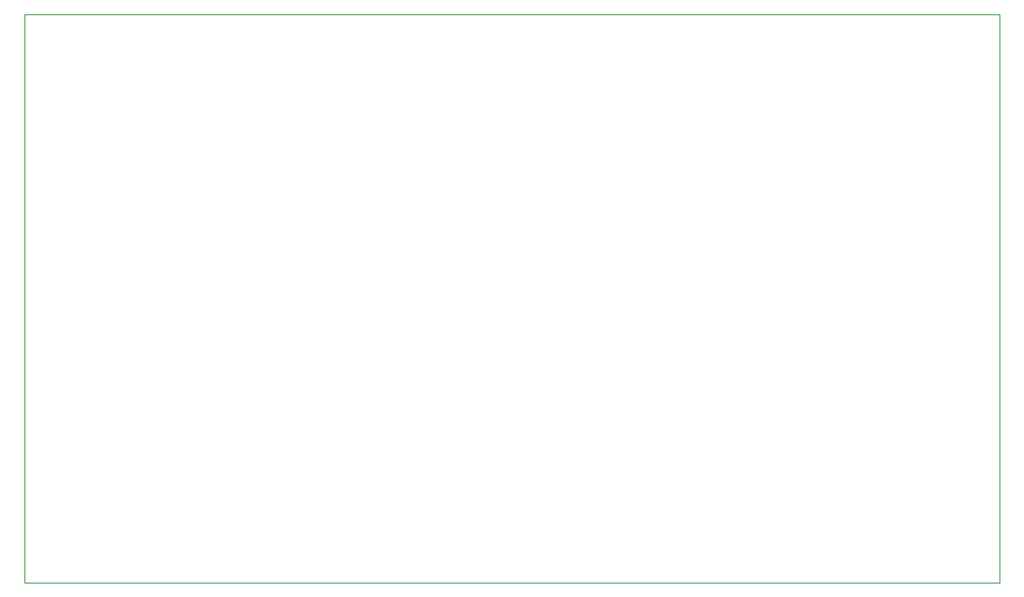
<source format=gbr>
%TF.GenerationSoftware,KiCad,Pcbnew,8.0.5*%
%TF.CreationDate,2024-10-22T09:55:14-05:00*%
%TF.ProjectId,golf_club_draft,676f6c66-5f63-46c7-9562-5f6472616674,rev?*%
%TF.SameCoordinates,Original*%
%TF.FileFunction,Profile,NP*%
%FSLAX46Y46*%
G04 Gerber Fmt 4.6, Leading zero omitted, Abs format (unit mm)*
G04 Created by KiCad (PCBNEW 8.0.5) date 2024-10-22 09:55:14*
%MOMM*%
%LPD*%
G01*
G04 APERTURE LIST*
%TA.AperFunction,Profile*%
%ADD10C,0.050000*%
%TD*%
G04 APERTURE END LIST*
D10*
X117094000Y-40386000D02*
X214884000Y-40386000D01*
X214884000Y-97409000D01*
X117094000Y-97409000D01*
X117094000Y-40386000D01*
M02*

</source>
